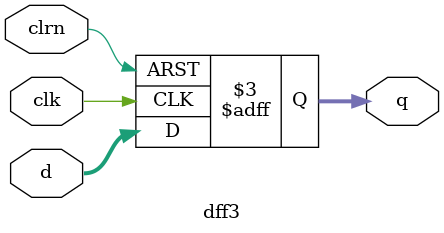
<source format=v>
module dff3(d,clk,clrn,q
    );
	input [2:0] d;
	input clk,clrn;
	output [2:0] q;

    reg q;
    always @ (negedge clrn or posedge clk) //clrn下降沿或clk上升沿触发，若clrn=0，清零，否则q<=d
	 if(clrn==0)
	     begin
		      q<=0;
		  end
    else	
        begin		      
		      q<=d;
		  end	 
endmodule

</source>
